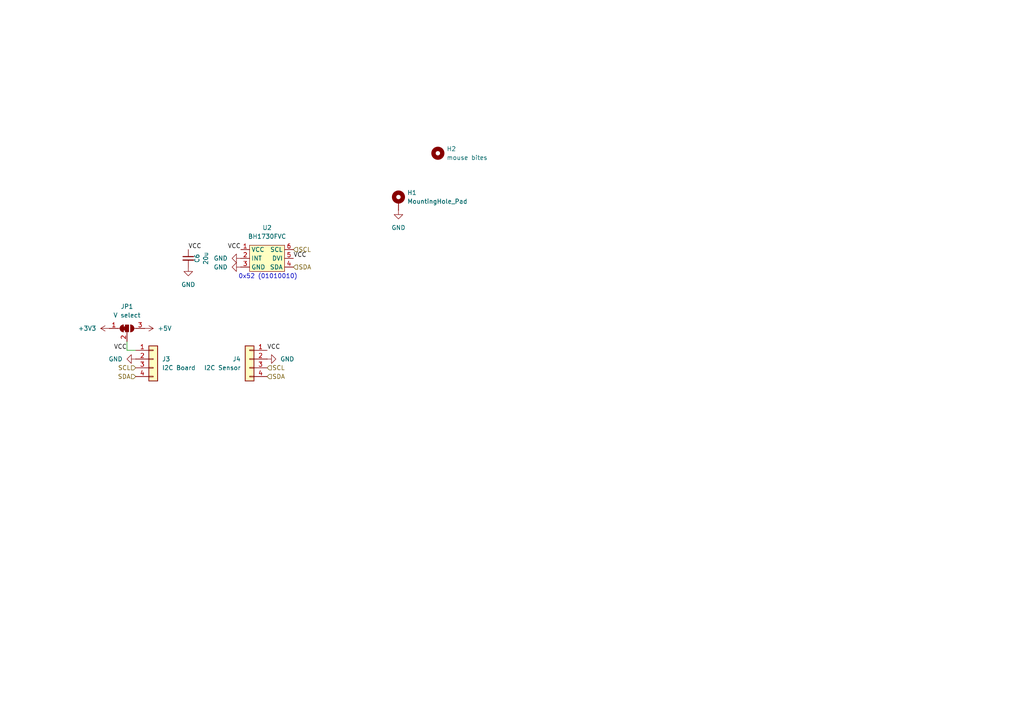
<source format=kicad_sch>
(kicad_sch (version 20231120) (generator "eeschema") (generator_version "8.0")
  (paper "A4")
  (lib_symbols
    (symbol "Connector_Generic:Conn_01x04" (pin_names (offset 1.016) hide)
      (property "Reference" "J" (at 0 5.08 0))
      (property "Value" "Conn_01x04" (at 0 -7.62 0))
      (symbol "Conn_01x04_1_1"
        (rectangle (start -1.27 -4.953) (end 0 -5.207) (stroke (width 0.1524)))
        (rectangle (start -1.27 -2.413) (end 0 -2.667) (stroke (width 0.1524)))
        (rectangle (start -1.27 0.127) (end 0 -0.127) (stroke (width 0.1524)))
        (rectangle (start -1.27 2.667) (end 0 2.413) (stroke (width 0.1524)))
        (rectangle (start -1.27 3.81) (end 1.27 -6.35) (stroke (width 0.254)) (fill (type background)))
        (pin passive line (at -5.08 2.54 0) (length 3.81) (name "Pin_1") (number "1"))
        (pin passive line (at -5.08 0 0) (length 3.81) (name "Pin_2") (number "2"))
        (pin passive line (at -5.08 -2.54 0) (length 3.81) (name "Pin_3") (number "3"))
        (pin passive line (at -5.08 -5.08 0) (length 3.81) (name "Pin_4") (number "4"))
      )
    )
    (symbol "Device:C_Small" (pin_numbers hide) (pin_names (offset 0.254) hide)
      (property "Reference" "C" (at 0.254 1.778 0))
      (property "Value" "C_Small" (at 0.254 -2.032 0))
      (symbol "C_Small_0_1"
        (polyline (pts (xy -1.524 -0.508) (xy 1.524 -0.508)) (stroke (width 0.3302)))
        (polyline (pts (xy -1.524 0.508) (xy 1.524 0.508)) (stroke (width 0.3048)))
      )
      (symbol "C_Small_1_1"
        (pin passive line (at 0 2.54 270) (length 2.032) (name "~") (number "1"))
        (pin passive line (at 0 -2.54 90) (length 2.032) (name "~") (number "2"))
      )
    )
    (symbol "Jumper:SolderJumper_3_Bridged12" (pin_names (offset 0) hide) (exclude_from_sim yes) (in_bom no)
      (property "Reference" "JP" (at -2.54 -2.54 0))
      (property "Value" "SolderJumper_3_Bridged12" (at 0 2.794 0))
      (symbol "SolderJumper_3_Bridged12_0_1"
        (rectangle (start -1.016 0.508) (end -0.508 -0.508) (fill (type outline)))
        (arc (start -1.016 1.016) (mid -2.0276 0) (end -1.016 -1.016))
        (arc (start -1.016 1.016) (mid -2.0276 0) (end -1.016 -1.016) (fill (type outline)))
        (rectangle (start -0.508 1.016) (end 0.508 -1.016) (fill (type outline)))
        (polyline (pts (xy -2.54 0) (xy -2.032 0)))
        (polyline (pts (xy -1.016 1.016) (xy -1.016 -1.016)))
        (polyline (pts (xy 0 -1.27) (xy 0 -1.016)))
        (polyline (pts (xy 1.016 1.016) (xy 1.016 -1.016)))
        (polyline (pts (xy 2.54 0) (xy 2.032 0)))
        (arc (start 1.016 -1.016) (mid 2.0276 0) (end 1.016 1.016))
        (arc (start 1.016 -1.016) (mid 2.0276 0) (end 1.016 1.016) (fill (type outline)))
      )
      (symbol "SolderJumper_3_Bridged12_1_1"
        (pin passive line (at -5.08 0 0) (length 2.54) (name "A") (number "1"))
        (pin passive line (at 0 -3.81 90) (length 2.54) (name "C") (number "2"))
        (pin passive line (at 5.08 0 180) (length 2.54) (name "B") (number "3"))
      )
    )
    (symbol "Mechanical:MountingHole" (pin_names (offset 1.016)) (exclude_from_sim yes) (in_bom no)
      (property "Reference" "H" (at 0 5.08 0))
      (property "Value" "MountingHole" (at 0 3.175 0))
      (symbol "MountingHole_0_1"
        (circle (center 0 0) (radius 1.27) (stroke (width 1.27)))
      )
    )
    (symbol "Mechanical:MountingHole_Pad" (pin_numbers hide) (pin_names (offset 1.016) hide) (exclude_from_sim yes) (in_bom no)
      (property "Reference" "H" (at 0 6.35 0))
      (property "Value" "MountingHole_Pad" (at 0 4.445 0))
      (symbol "MountingHole_Pad_0_1"
        (circle (center 0 1.27) (radius 1.27) (stroke (width 1.27)))
      )
      (symbol "MountingHole_Pad_1_1"
        (pin input line (at 0 -2.54 90) (length 2.54) (name "1") (number "1"))
      )
    )
    (symbol "power:+3V3" (power) (pin_numbers hide) (pin_names (offset 0) hide)
      (property "Value" "+3V3" (at 0 3.556 0))
      (symbol "+3V3_0_1"
        (polyline (pts (xy -0.762 1.27) (xy 0 2.54)))
        (polyline (pts (xy 0 0) (xy 0 2.54)))
        (polyline (pts (xy 0 2.54) (xy 0.762 1.27)))
      )
      (symbol "+3V3_1_1"
        (pin power_in line (at 0 0 90) (length 0) (name "~") (number "1"))
      )
    )
    (symbol "power:+5V" (power) (pin_numbers hide) (pin_names (offset 0) hide)
      (property "Value" "+5V" (at 0 3.556 0))
      (symbol "+5V_0_1"
        (polyline (pts (xy -0.762 1.27) (xy 0 2.54)))
        (polyline (pts (xy 0 0) (xy 0 2.54)))
        (polyline (pts (xy 0 2.54) (xy 0.762 1.27)))
      )
      (symbol "+5V_1_1"
        (pin power_in line (at 0 0 90) (length 0) (name "~") (number "1"))
      )
    )
    (symbol "power:GND" (power) (pin_numbers hide) (pin_names (offset 0) hide)
      (property "Value" "GND" (at 0 -3.81 0))
      (symbol "GND_0_1"
        (polyline (pts (xy 0 0) (xy 0 -1.27) (xy 1.27 -1.27) (xy 0 -2.54) (xy -1.27 -1.27) (xy 0 -1.27)))
      )
      (symbol "GND_1_1"
        (pin power_in line (at 0 0 270) (length 0) (name "~") (number "1"))
      )
    )
    (symbol "sensors:BH1730FVC"
      (property "Reference" "U" (at -4.572 4.572 0))
      (property "Value" "BH1730FVC" (at 0 -4.826 0))
      (symbol "BH1730FVC_1_1"
        (rectangle (start -5.08 3.81) (end 5.08 -3.81) (fill (type background)))
        (pin input line (at -7.62 2.54 0) (length 2.54) (name "VCC") (number "1"))
        (pin input line (at -7.62 0 0) (length 2.54) (name "INT") (number "2"))
        (pin input line (at -7.62 -2.54 0) (length 2.54) (name "GND") (number "3"))
        (pin input line (at 7.62 -2.54 180) (length 2.54) (name "SDA") (number "4"))
        (pin input line (at 7.62 0 180) (length 2.54) (name "DVI") (number "5"))
        (pin input line (at 7.62 2.54 180) (length 2.54) (name "SCL") (number "6"))
      )
    )
  )
  (wire (pts (xy 36.83 99.06) (xy 36.83 101.6)))
  (wire (pts (xy 36.83 101.6) (xy 39.37 101.6)))
  (text "0x52 (01010010)" (at 77.724 80.264 0) (effects (font (size 1.27 1.27))))
  (label "VCC" (at 77.47 101.6 0))
  (label "VCC" (at 85.09 74.93 0))
  (label "VCC" (at 54.61 72.39 0))
  (label "VCC" (at 36.83 101.6 180))
  (label "VCC" (at 69.85 72.39 180))
  (hierarchical_label "SCL" (shape input) (at 77.47 106.68 0))
  (hierarchical_label "SDA" (shape input) (at 85.09 77.47 0))
  (hierarchical_label "SCL" (shape input) (at 85.09 72.39 0))
  (hierarchical_label "SCL" (shape input) (at 39.37 106.68 180))
  (hierarchical_label "SDA" (shape input) (at 77.47 109.22 0))
  (hierarchical_label "SDA" (shape input) (at 39.37 109.22 180))
  (symbol (lib_id "sensors:BH1730FVC") (at 77.47 74.93 0) (unit 1)
    (property "Reference" "U2" (at 77.47 66.04 0))
    (property "Value" "BH1730FVC" (at 77.47 68.58 0))
    (property "Footprint" "sensors:WSOF6" (effects (hide yes)))
    (property "Datasheet" "https://www.lcsc.com/datasheet/lcsc_datasheet_1808091713_ROHM-Semicon-BH1730FVC-TR_C79616.pdf" (effects (hide yes)))
    (property "Description" "Visible and infrared light sensor with I2C interface" (effects (hide yes)))
  )
  (symbol (lib_id "power:GND") (at 77.47 104.14 90) (mirror x) (unit 1)
    (property "Reference" "#PWR026" (effects (hide yes)))
    (property "Value" "GND" (at 81.28 104.1399 90) (effects (justify right)))
    (property "Description" "Power symbol creates a global label with name \"GND\" , ground" (effects (hide yes)))
  )
  (symbol (lib_id "power:GND") (at 39.37 104.14 270) (unit 1)
    (property "Reference" "#PWR021" (effects (hide yes)))
    (property "Value" "GND" (at 35.56 104.1399 90) (effects (justify right)))
    (property "Description" "Power symbol creates a global label with name \"GND\" , ground" (effects (hide yes)))
  )
  (symbol (lib_id "power:GND") (at 115.57 60.96 0) (unit 1)
    (property "Reference" "#PWR027" (effects (hide yes)))
    (property "Value" "GND" (at 115.57 66.04 0))
    (property "Description" "Power symbol creates a global label with name \"GND\" , ground" (effects (hide yes)))
  )
  (symbol (lib_id "Mechanical:MountingHole") (at 127 44.45 0) (unit 1) (exclude_from_sim yes) (in_bom no)
    (property "Reference" "H2" (at 129.54 43.1799 0) (effects (justify left)))
    (property "Value" "mouse bites" (at 129.54 45.7199 0) (effects (justify left)))
    (property "Footprint" "panelization:mouse-bite-3mm-slot" (effects (hide yes)))
    (property "Description" "Mounting Hole without connection" (effects (hide yes)))
  )
  (symbol (lib_id "Connector_Generic:Conn_01x04") (at 44.45 104.14 0) (unit 1)
    (property "Reference" "J3" (at 46.99 104.1399 0) (effects (justify left)))
    (property "Value" "I2C Board" (at 46.99 106.6799 0) (effects (justify left)))
    (property "Footprint" "Connector_PinSocket_2.54mm:PinSocket_1x04_P2.54mm_Vertical" (effects (hide yes)))
    (property "Description" "Generic connector, single row, 01x04, script generated (kicad-library-utils/schlib/autogen/connector/)" (effects (hide yes)))
  )
  (symbol (lib_id "power:GND") (at 69.85 77.47 270) (unit 1)
    (property "Reference" "#PWR025" (effects (hide yes)))
    (property "Value" "GND" (at 66.04 77.4699 90) (effects (justify right)))
    (property "Description" "Power symbol creates a global label with name \"GND\" , ground" (effects (hide yes)))
  )
  (symbol (lib_id "Connector_Generic:Conn_01x04") (at 72.39 104.14 0) (mirror y) (unit 1)
    (property "Reference" "J4" (at 69.85 104.1399 0) (effects (justify left)))
    (property "Value" "I2C Sensor" (at 69.85 106.6799 0) (effects (justify left)))
    (property "Footprint" "Connector_PinHeader_2.54mm:PinHeader_1x04_P2.54mm_Vertical" (effects (hide yes)))
    (property "Description" "Generic connector, single row, 01x04, script generated (kicad-library-utils/schlib/autogen/connector/)" (effects (hide yes)))
  )
  (symbol (lib_id "Mechanical:MountingHole_Pad") (at 115.57 58.42 0) (unit 1) (exclude_from_sim yes) (in_bom no)
    (property "Reference" "H1" (at 118.11 55.8799 0) (effects (justify left)))
    (property "Value" "MountingHole_Pad" (at 118.11 58.4199 0) (effects (justify left)))
    (property "Footprint" "MountingHole:MountingHole_3.2mm_M3_Pad" (effects (hide yes)))
    (property "Description" "Mounting Hole with connection" (effects (hide yes)))
  )
  (symbol (lib_id "Device:C_Small") (at 54.61 74.93 0) (unit 1)
    (property "Reference" "C6" (at 57.15 74.93 90))
    (property "Value" "20u" (at 59.69 74.93 90))
    (property "Footprint" "Capacitor_SMD:C_0603_1608Metric" (effects (hide yes)))
    (property "Description" "Unpolarized capacitor, small symbol" (effects (hide yes)))
  )
  (symbol (lib_id "power:GND") (at 54.61 77.47 0) (unit 1)
    (property "Reference" "#PWR023" (effects (hide yes)))
    (property "Value" "GND" (at 54.61 82.55 0))
    (property "Description" "Power symbol creates a global label with name \"GND\" , ground" (effects (hide yes)))
  )
  (symbol (lib_id "power:+3V3") (at 31.75 95.25 90) (unit 1)
    (property "Reference" "#PWR020" (effects (hide yes)))
    (property "Value" "+3V3" (at 27.94 95.2499 90) (effects (justify left)))
    (property "Description" "Power symbol creates a global label with name \"+3V3\"" (effects (hide yes)))
  )
  (symbol (lib_id "Jumper:SolderJumper_3_Bridged12") (at 36.83 95.25 0) (unit 1) (exclude_from_sim yes) (in_bom no)
    (property "Reference" "JP1" (at 36.83 88.9 0))
    (property "Value" "V select" (at 36.83 91.44 0))
    (property "Footprint" "Jumper:SolderJumper-3_P1.3mm_Bridged12_RoundedPad1.0x1.5mm" (effects (hide yes)))
    (property "Description" "3-pole Solder Jumper, pins 1+2 closed/bridged" (effects (hide yes)))
  )
  (symbol (lib_id "power:GND") (at 69.85 74.93 270) (unit 1)
    (property "Reference" "#PWR024" (effects (hide yes)))
    (property "Value" "GND" (at 66.04 74.9299 90) (effects (justify right)))
    (property "Description" "Power symbol creates a global label with name \"GND\" , ground" (effects (hide yes)))
  )
  (symbol (lib_id "power:+5V") (at 41.91 95.25 270) (unit 1)
    (property "Reference" "#PWR022" (effects (hide yes)))
    (property "Value" "+5V" (at 45.72 95.2499 90) (effects (justify left)))
    (property "Description" "Power symbol creates a global label with name \"+5V\"" (effects (hide yes)))
  )
)
</source>
